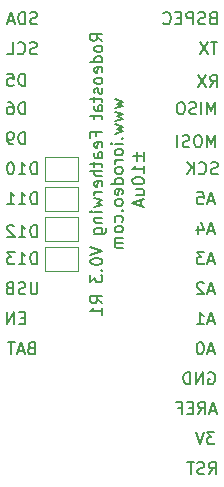
<source format=gbr>
G04 #@! TF.GenerationSoftware,KiCad,Pcbnew,5.1.7-a382d34a8~87~ubuntu18.04.1*
G04 #@! TF.CreationDate,2021-10-03T15:00:22-07:00*
G04 #@! TF.ProjectId,potentiostat_featherwing,706f7465-6e74-4696-9f73-7461745f6665,rev?*
G04 #@! TF.SameCoordinates,Original*
G04 #@! TF.FileFunction,Legend,Bot*
G04 #@! TF.FilePolarity,Positive*
%FSLAX46Y46*%
G04 Gerber Fmt 4.6, Leading zero omitted, Abs format (unit mm)*
G04 Created by KiCad (PCBNEW 5.1.7-a382d34a8~87~ubuntu18.04.1) date 2021-10-03 15:00:22*
%MOMM*%
%LPD*%
G01*
G04 APERTURE LIST*
%ADD10C,0.203200*%
%ADD11C,0.120000*%
G04 APERTURE END LIST*
D10*
X52914247Y-43013085D02*
X52914247Y-43787180D01*
X53301295Y-43400133D02*
X52527200Y-43400133D01*
X53494819Y-43787180D02*
X53494819Y-43013085D01*
X53494819Y-44803180D02*
X53494819Y-44222609D01*
X53494819Y-44512895D02*
X52478819Y-44512895D01*
X52623961Y-44416133D01*
X52720723Y-44319371D01*
X52769104Y-44222609D01*
X52478819Y-45432133D02*
X52478819Y-45528895D01*
X52527200Y-45625657D01*
X52575580Y-45674038D01*
X52672342Y-45722419D01*
X52865866Y-45770800D01*
X53107771Y-45770800D01*
X53301295Y-45722419D01*
X53398057Y-45674038D01*
X53446438Y-45625657D01*
X53494819Y-45528895D01*
X53494819Y-45432133D01*
X53446438Y-45335371D01*
X53398057Y-45286990D01*
X53301295Y-45238609D01*
X53107771Y-45190228D01*
X52865866Y-45190228D01*
X52672342Y-45238609D01*
X52575580Y-45286990D01*
X52527200Y-45335371D01*
X52478819Y-45432133D01*
X52817485Y-46641657D02*
X53494819Y-46641657D01*
X52817485Y-46206228D02*
X53349676Y-46206228D01*
X53446438Y-46254609D01*
X53494819Y-46351371D01*
X53494819Y-46496514D01*
X53446438Y-46593276D01*
X53398057Y-46641657D01*
X53204533Y-47077085D02*
X53204533Y-47560895D01*
X53494819Y-46980323D02*
X52478819Y-47318990D01*
X53494819Y-47657657D01*
X49964219Y-33634438D02*
X49480409Y-33295771D01*
X49964219Y-33053866D02*
X48948219Y-33053866D01*
X48948219Y-33440914D01*
X48996600Y-33537676D01*
X49044980Y-33586057D01*
X49141742Y-33634438D01*
X49286885Y-33634438D01*
X49383647Y-33586057D01*
X49432028Y-33537676D01*
X49480409Y-33440914D01*
X49480409Y-33053866D01*
X49964219Y-34215009D02*
X49915838Y-34118247D01*
X49867457Y-34069866D01*
X49770695Y-34021485D01*
X49480409Y-34021485D01*
X49383647Y-34069866D01*
X49335266Y-34118247D01*
X49286885Y-34215009D01*
X49286885Y-34360152D01*
X49335266Y-34456914D01*
X49383647Y-34505295D01*
X49480409Y-34553676D01*
X49770695Y-34553676D01*
X49867457Y-34505295D01*
X49915838Y-34456914D01*
X49964219Y-34360152D01*
X49964219Y-34215009D01*
X49964219Y-35424533D02*
X48948219Y-35424533D01*
X49915838Y-35424533D02*
X49964219Y-35327771D01*
X49964219Y-35134247D01*
X49915838Y-35037485D01*
X49867457Y-34989104D01*
X49770695Y-34940723D01*
X49480409Y-34940723D01*
X49383647Y-34989104D01*
X49335266Y-35037485D01*
X49286885Y-35134247D01*
X49286885Y-35327771D01*
X49335266Y-35424533D01*
X49915838Y-36295390D02*
X49964219Y-36198628D01*
X49964219Y-36005104D01*
X49915838Y-35908342D01*
X49819076Y-35859961D01*
X49432028Y-35859961D01*
X49335266Y-35908342D01*
X49286885Y-36005104D01*
X49286885Y-36198628D01*
X49335266Y-36295390D01*
X49432028Y-36343771D01*
X49528790Y-36343771D01*
X49625552Y-35859961D01*
X49964219Y-36924342D02*
X49915838Y-36827580D01*
X49867457Y-36779200D01*
X49770695Y-36730819D01*
X49480409Y-36730819D01*
X49383647Y-36779200D01*
X49335266Y-36827580D01*
X49286885Y-36924342D01*
X49286885Y-37069485D01*
X49335266Y-37166247D01*
X49383647Y-37214628D01*
X49480409Y-37263009D01*
X49770695Y-37263009D01*
X49867457Y-37214628D01*
X49915838Y-37166247D01*
X49964219Y-37069485D01*
X49964219Y-36924342D01*
X49915838Y-37650057D02*
X49964219Y-37746819D01*
X49964219Y-37940342D01*
X49915838Y-38037104D01*
X49819076Y-38085485D01*
X49770695Y-38085485D01*
X49673933Y-38037104D01*
X49625552Y-37940342D01*
X49625552Y-37795200D01*
X49577171Y-37698438D01*
X49480409Y-37650057D01*
X49432028Y-37650057D01*
X49335266Y-37698438D01*
X49286885Y-37795200D01*
X49286885Y-37940342D01*
X49335266Y-38037104D01*
X49286885Y-38375771D02*
X49286885Y-38762819D01*
X48948219Y-38520914D02*
X49819076Y-38520914D01*
X49915838Y-38569295D01*
X49964219Y-38666057D01*
X49964219Y-38762819D01*
X49964219Y-39536914D02*
X49432028Y-39536914D01*
X49335266Y-39488533D01*
X49286885Y-39391771D01*
X49286885Y-39198247D01*
X49335266Y-39101485D01*
X49915838Y-39536914D02*
X49964219Y-39440152D01*
X49964219Y-39198247D01*
X49915838Y-39101485D01*
X49819076Y-39053104D01*
X49722314Y-39053104D01*
X49625552Y-39101485D01*
X49577171Y-39198247D01*
X49577171Y-39440152D01*
X49528790Y-39536914D01*
X49286885Y-39875580D02*
X49286885Y-40262628D01*
X48948219Y-40020723D02*
X49819076Y-40020723D01*
X49915838Y-40069104D01*
X49964219Y-40165866D01*
X49964219Y-40262628D01*
X49432028Y-41714057D02*
X49432028Y-41375390D01*
X49964219Y-41375390D02*
X48948219Y-41375390D01*
X48948219Y-41859200D01*
X49915838Y-42633295D02*
X49964219Y-42536533D01*
X49964219Y-42343009D01*
X49915838Y-42246247D01*
X49819076Y-42197866D01*
X49432028Y-42197866D01*
X49335266Y-42246247D01*
X49286885Y-42343009D01*
X49286885Y-42536533D01*
X49335266Y-42633295D01*
X49432028Y-42681676D01*
X49528790Y-42681676D01*
X49625552Y-42197866D01*
X49964219Y-43552533D02*
X49432028Y-43552533D01*
X49335266Y-43504152D01*
X49286885Y-43407390D01*
X49286885Y-43213866D01*
X49335266Y-43117104D01*
X49915838Y-43552533D02*
X49964219Y-43455771D01*
X49964219Y-43213866D01*
X49915838Y-43117104D01*
X49819076Y-43068723D01*
X49722314Y-43068723D01*
X49625552Y-43117104D01*
X49577171Y-43213866D01*
X49577171Y-43455771D01*
X49528790Y-43552533D01*
X49286885Y-43891200D02*
X49286885Y-44278247D01*
X48948219Y-44036342D02*
X49819076Y-44036342D01*
X49915838Y-44084723D01*
X49964219Y-44181485D01*
X49964219Y-44278247D01*
X49964219Y-44616914D02*
X48948219Y-44616914D01*
X49964219Y-45052342D02*
X49432028Y-45052342D01*
X49335266Y-45003961D01*
X49286885Y-44907200D01*
X49286885Y-44762057D01*
X49335266Y-44665295D01*
X49383647Y-44616914D01*
X49915838Y-45923200D02*
X49964219Y-45826438D01*
X49964219Y-45632914D01*
X49915838Y-45536152D01*
X49819076Y-45487771D01*
X49432028Y-45487771D01*
X49335266Y-45536152D01*
X49286885Y-45632914D01*
X49286885Y-45826438D01*
X49335266Y-45923200D01*
X49432028Y-45971580D01*
X49528790Y-45971580D01*
X49625552Y-45487771D01*
X49964219Y-46407009D02*
X49286885Y-46407009D01*
X49480409Y-46407009D02*
X49383647Y-46455390D01*
X49335266Y-46503771D01*
X49286885Y-46600533D01*
X49286885Y-46697295D01*
X49286885Y-46939200D02*
X49964219Y-47132723D01*
X49480409Y-47326247D01*
X49964219Y-47519771D01*
X49286885Y-47713295D01*
X49964219Y-48100342D02*
X49286885Y-48100342D01*
X48948219Y-48100342D02*
X48996600Y-48051961D01*
X49044980Y-48100342D01*
X48996600Y-48148723D01*
X48948219Y-48100342D01*
X49044980Y-48100342D01*
X49286885Y-48584152D02*
X49964219Y-48584152D01*
X49383647Y-48584152D02*
X49335266Y-48632533D01*
X49286885Y-48729295D01*
X49286885Y-48874438D01*
X49335266Y-48971200D01*
X49432028Y-49019580D01*
X49964219Y-49019580D01*
X49286885Y-49938819D02*
X50109361Y-49938819D01*
X50206123Y-49890438D01*
X50254504Y-49842057D01*
X50302885Y-49745295D01*
X50302885Y-49600152D01*
X50254504Y-49503390D01*
X49915838Y-49938819D02*
X49964219Y-49842057D01*
X49964219Y-49648533D01*
X49915838Y-49551771D01*
X49867457Y-49503390D01*
X49770695Y-49455009D01*
X49480409Y-49455009D01*
X49383647Y-49503390D01*
X49335266Y-49551771D01*
X49286885Y-49648533D01*
X49286885Y-49842057D01*
X49335266Y-49938819D01*
X48948219Y-51051580D02*
X49964219Y-51390247D01*
X48948219Y-51728914D01*
X48948219Y-52261104D02*
X48948219Y-52357866D01*
X48996600Y-52454628D01*
X49044980Y-52503009D01*
X49141742Y-52551390D01*
X49335266Y-52599771D01*
X49577171Y-52599771D01*
X49770695Y-52551390D01*
X49867457Y-52503009D01*
X49915838Y-52454628D01*
X49964219Y-52357866D01*
X49964219Y-52261104D01*
X49915838Y-52164342D01*
X49867457Y-52115961D01*
X49770695Y-52067580D01*
X49577171Y-52019200D01*
X49335266Y-52019200D01*
X49141742Y-52067580D01*
X49044980Y-52115961D01*
X48996600Y-52164342D01*
X48948219Y-52261104D01*
X49867457Y-53035200D02*
X49915838Y-53083580D01*
X49964219Y-53035200D01*
X49915838Y-52986819D01*
X49867457Y-53035200D01*
X49964219Y-53035200D01*
X48948219Y-53422247D02*
X48948219Y-54051200D01*
X49335266Y-53712533D01*
X49335266Y-53857676D01*
X49383647Y-53954438D01*
X49432028Y-54002819D01*
X49528790Y-54051200D01*
X49770695Y-54051200D01*
X49867457Y-54002819D01*
X49915838Y-53954438D01*
X49964219Y-53857676D01*
X49964219Y-53567390D01*
X49915838Y-53470628D01*
X49867457Y-53422247D01*
X49964219Y-55841295D02*
X49480409Y-55502628D01*
X49964219Y-55260723D02*
X48948219Y-55260723D01*
X48948219Y-55647771D01*
X48996600Y-55744533D01*
X49044980Y-55792914D01*
X49141742Y-55841295D01*
X49286885Y-55841295D01*
X49383647Y-55792914D01*
X49432028Y-55744533D01*
X49480409Y-55647771D01*
X49480409Y-55260723D01*
X49964219Y-56808914D02*
X49964219Y-56228342D01*
X49964219Y-56518628D02*
X48948219Y-56518628D01*
X49093361Y-56421866D01*
X49190123Y-56325104D01*
X49238504Y-56228342D01*
X51014085Y-38569295D02*
X51691419Y-38762819D01*
X51207609Y-38956342D01*
X51691419Y-39149866D01*
X51014085Y-39343390D01*
X51014085Y-39633676D02*
X51691419Y-39827200D01*
X51207609Y-40020723D01*
X51691419Y-40214247D01*
X51014085Y-40407771D01*
X51014085Y-40698057D02*
X51691419Y-40891580D01*
X51207609Y-41085104D01*
X51691419Y-41278628D01*
X51014085Y-41472152D01*
X51594657Y-41859199D02*
X51643038Y-41907580D01*
X51691419Y-41859199D01*
X51643038Y-41810819D01*
X51594657Y-41859199D01*
X51691419Y-41859199D01*
X51691419Y-42343009D02*
X51014085Y-42343009D01*
X50675419Y-42343009D02*
X50723800Y-42294628D01*
X50772180Y-42343009D01*
X50723800Y-42391390D01*
X50675419Y-42343009D01*
X50772180Y-42343009D01*
X51691419Y-42971961D02*
X51643038Y-42875200D01*
X51594657Y-42826819D01*
X51497895Y-42778438D01*
X51207609Y-42778438D01*
X51110847Y-42826819D01*
X51062466Y-42875200D01*
X51014085Y-42971961D01*
X51014085Y-43117104D01*
X51062466Y-43213866D01*
X51110847Y-43262247D01*
X51207609Y-43310628D01*
X51497895Y-43310628D01*
X51594657Y-43262247D01*
X51643038Y-43213866D01*
X51691419Y-43117104D01*
X51691419Y-42971961D01*
X51691419Y-43746057D02*
X51014085Y-43746057D01*
X51207609Y-43746057D02*
X51110847Y-43794438D01*
X51062466Y-43842819D01*
X51014085Y-43939580D01*
X51014085Y-44036342D01*
X51691419Y-44520152D02*
X51643038Y-44423390D01*
X51594657Y-44375009D01*
X51497895Y-44326628D01*
X51207609Y-44326628D01*
X51110847Y-44375009D01*
X51062466Y-44423390D01*
X51014085Y-44520152D01*
X51014085Y-44665295D01*
X51062466Y-44762057D01*
X51110847Y-44810438D01*
X51207609Y-44858819D01*
X51497895Y-44858819D01*
X51594657Y-44810438D01*
X51643038Y-44762057D01*
X51691419Y-44665295D01*
X51691419Y-44520152D01*
X51691419Y-45729676D02*
X50675419Y-45729676D01*
X51643038Y-45729676D02*
X51691419Y-45632914D01*
X51691419Y-45439390D01*
X51643038Y-45342628D01*
X51594657Y-45294247D01*
X51497895Y-45245866D01*
X51207609Y-45245866D01*
X51110847Y-45294247D01*
X51062466Y-45342628D01*
X51014085Y-45439390D01*
X51014085Y-45632914D01*
X51062466Y-45729676D01*
X51643038Y-46600533D02*
X51691419Y-46503771D01*
X51691419Y-46310247D01*
X51643038Y-46213485D01*
X51546276Y-46165104D01*
X51159228Y-46165104D01*
X51062466Y-46213485D01*
X51014085Y-46310247D01*
X51014085Y-46503771D01*
X51062466Y-46600533D01*
X51159228Y-46648914D01*
X51255990Y-46648914D01*
X51352752Y-46165104D01*
X51691419Y-47229485D02*
X51643038Y-47132723D01*
X51594657Y-47084342D01*
X51497895Y-47035961D01*
X51207609Y-47035961D01*
X51110847Y-47084342D01*
X51062466Y-47132723D01*
X51014085Y-47229485D01*
X51014085Y-47374628D01*
X51062466Y-47471390D01*
X51110847Y-47519771D01*
X51207609Y-47568152D01*
X51497895Y-47568152D01*
X51594657Y-47519771D01*
X51643038Y-47471390D01*
X51691419Y-47374628D01*
X51691419Y-47229485D01*
X51594657Y-48003580D02*
X51643038Y-48051961D01*
X51691419Y-48003580D01*
X51643038Y-47955199D01*
X51594657Y-48003580D01*
X51691419Y-48003580D01*
X51643038Y-48922819D02*
X51691419Y-48826057D01*
X51691419Y-48632533D01*
X51643038Y-48535771D01*
X51594657Y-48487390D01*
X51497895Y-48439009D01*
X51207609Y-48439009D01*
X51110847Y-48487390D01*
X51062466Y-48535771D01*
X51014085Y-48632533D01*
X51014085Y-48826057D01*
X51062466Y-48922819D01*
X51691419Y-49503390D02*
X51643038Y-49406628D01*
X51594657Y-49358247D01*
X51497895Y-49309866D01*
X51207609Y-49309866D01*
X51110847Y-49358247D01*
X51062466Y-49406628D01*
X51014085Y-49503390D01*
X51014085Y-49648533D01*
X51062466Y-49745295D01*
X51110847Y-49793676D01*
X51207609Y-49842057D01*
X51497895Y-49842057D01*
X51594657Y-49793676D01*
X51643038Y-49745295D01*
X51691419Y-49648533D01*
X51691419Y-49503390D01*
X51691419Y-50277485D02*
X51014085Y-50277485D01*
X51110847Y-50277485D02*
X51062466Y-50325866D01*
X51014085Y-50422628D01*
X51014085Y-50567771D01*
X51062466Y-50664533D01*
X51159228Y-50712914D01*
X51691419Y-50712914D01*
X51159228Y-50712914D02*
X51062466Y-50761295D01*
X51014085Y-50858057D01*
X51014085Y-51003199D01*
X51062466Y-51099961D01*
X51159228Y-51148342D01*
X51691419Y-51148342D01*
D11*
X47882000Y-51070000D02*
X45082000Y-51070000D01*
X45082000Y-51070000D02*
X45082000Y-53070000D01*
X45082000Y-53070000D02*
X47882000Y-53070000D01*
X47882000Y-53070000D02*
X47882000Y-51070000D01*
X47882000Y-50530000D02*
X47882000Y-48530000D01*
X45082000Y-50530000D02*
X47882000Y-50530000D01*
X45082000Y-48530000D02*
X45082000Y-50530000D01*
X47882000Y-48530000D02*
X45082000Y-48530000D01*
X47882000Y-45990000D02*
X45082000Y-45990000D01*
X45082000Y-45990000D02*
X45082000Y-47990000D01*
X45082000Y-47990000D02*
X47882000Y-47990000D01*
X47882000Y-47990000D02*
X47882000Y-45990000D01*
X47882000Y-43450000D02*
X45082000Y-43450000D01*
X45082000Y-43450000D02*
X45082000Y-45450000D01*
X45082000Y-45450000D02*
X47882000Y-45450000D01*
X47882000Y-45450000D02*
X47882000Y-43450000D01*
D10*
X58976380Y-70309619D02*
X59315047Y-69825809D01*
X59556952Y-70309619D02*
X59556952Y-69293619D01*
X59169904Y-69293619D01*
X59073142Y-69342000D01*
X59024761Y-69390380D01*
X58976380Y-69487142D01*
X58976380Y-69632285D01*
X59024761Y-69729047D01*
X59073142Y-69777428D01*
X59169904Y-69825809D01*
X59556952Y-69825809D01*
X58589333Y-70261238D02*
X58444190Y-70309619D01*
X58202285Y-70309619D01*
X58105523Y-70261238D01*
X58057142Y-70212857D01*
X58008761Y-70116095D01*
X58008761Y-70019333D01*
X58057142Y-69922571D01*
X58105523Y-69874190D01*
X58202285Y-69825809D01*
X58395809Y-69777428D01*
X58492571Y-69729047D01*
X58540952Y-69680666D01*
X58589333Y-69583904D01*
X58589333Y-69487142D01*
X58540952Y-69390380D01*
X58492571Y-69342000D01*
X58395809Y-69293619D01*
X58153904Y-69293619D01*
X58008761Y-69342000D01*
X57718476Y-69293619D02*
X57137904Y-69293619D01*
X57428190Y-70309619D02*
X57428190Y-69293619D01*
X59448095Y-66753619D02*
X58819142Y-66753619D01*
X59157809Y-67140666D01*
X59012666Y-67140666D01*
X58915904Y-67189047D01*
X58867523Y-67237428D01*
X58819142Y-67334190D01*
X58819142Y-67576095D01*
X58867523Y-67672857D01*
X58915904Y-67721238D01*
X59012666Y-67769619D01*
X59302952Y-67769619D01*
X59399714Y-67721238D01*
X59448095Y-67672857D01*
X58528857Y-66753619D02*
X58190190Y-67769619D01*
X57851523Y-66753619D01*
X59556952Y-64939333D02*
X59073142Y-64939333D01*
X59653714Y-65229619D02*
X59315047Y-64213619D01*
X58976380Y-65229619D01*
X58057142Y-65229619D02*
X58395809Y-64745809D01*
X58637714Y-65229619D02*
X58637714Y-64213619D01*
X58250666Y-64213619D01*
X58153904Y-64262000D01*
X58105523Y-64310380D01*
X58057142Y-64407142D01*
X58057142Y-64552285D01*
X58105523Y-64649047D01*
X58153904Y-64697428D01*
X58250666Y-64745809D01*
X58637714Y-64745809D01*
X57621714Y-64697428D02*
X57283047Y-64697428D01*
X57137904Y-65229619D02*
X57621714Y-65229619D01*
X57621714Y-64213619D01*
X57137904Y-64213619D01*
X56363809Y-64697428D02*
X56702476Y-64697428D01*
X56702476Y-65229619D02*
X56702476Y-64213619D01*
X56218666Y-64213619D01*
X58940095Y-61722000D02*
X59036857Y-61673619D01*
X59182000Y-61673619D01*
X59327142Y-61722000D01*
X59423904Y-61818761D01*
X59472285Y-61915523D01*
X59520666Y-62109047D01*
X59520666Y-62254190D01*
X59472285Y-62447714D01*
X59423904Y-62544476D01*
X59327142Y-62641238D01*
X59182000Y-62689619D01*
X59085238Y-62689619D01*
X58940095Y-62641238D01*
X58891714Y-62592857D01*
X58891714Y-62254190D01*
X59085238Y-62254190D01*
X58456285Y-62689619D02*
X58456285Y-61673619D01*
X57875714Y-62689619D01*
X57875714Y-61673619D01*
X57391904Y-62689619D02*
X57391904Y-61673619D01*
X57150000Y-61673619D01*
X57004857Y-61722000D01*
X56908095Y-61818761D01*
X56859714Y-61915523D01*
X56811333Y-62109047D01*
X56811333Y-62254190D01*
X56859714Y-62447714D01*
X56908095Y-62544476D01*
X57004857Y-62641238D01*
X57150000Y-62689619D01*
X57391904Y-62689619D01*
X59399714Y-59859333D02*
X58915904Y-59859333D01*
X59496476Y-60149619D02*
X59157809Y-59133619D01*
X58819142Y-60149619D01*
X58286952Y-59133619D02*
X58190190Y-59133619D01*
X58093428Y-59182000D01*
X58045047Y-59230380D01*
X57996666Y-59327142D01*
X57948285Y-59520666D01*
X57948285Y-59762571D01*
X57996666Y-59956095D01*
X58045047Y-60052857D01*
X58093428Y-60101238D01*
X58190190Y-60149619D01*
X58286952Y-60149619D01*
X58383714Y-60101238D01*
X58432095Y-60052857D01*
X58480476Y-59956095D01*
X58528857Y-59762571D01*
X58528857Y-59520666D01*
X58480476Y-59327142D01*
X58432095Y-59230380D01*
X58383714Y-59182000D01*
X58286952Y-59133619D01*
X59399714Y-57319333D02*
X58915904Y-57319333D01*
X59496476Y-57609619D02*
X59157809Y-56593619D01*
X58819142Y-57609619D01*
X57948285Y-57609619D02*
X58528857Y-57609619D01*
X58238571Y-57609619D02*
X58238571Y-56593619D01*
X58335333Y-56738761D01*
X58432095Y-56835523D01*
X58528857Y-56883904D01*
X59399714Y-54779333D02*
X58915904Y-54779333D01*
X59496476Y-55069619D02*
X59157809Y-54053619D01*
X58819142Y-55069619D01*
X58528857Y-54150380D02*
X58480476Y-54102000D01*
X58383714Y-54053619D01*
X58141809Y-54053619D01*
X58045047Y-54102000D01*
X57996666Y-54150380D01*
X57948285Y-54247142D01*
X57948285Y-54343904D01*
X57996666Y-54489047D01*
X58577238Y-55069619D01*
X57948285Y-55069619D01*
X59399714Y-52239333D02*
X58915904Y-52239333D01*
X59496476Y-52529619D02*
X59157809Y-51513619D01*
X58819142Y-52529619D01*
X58577238Y-51513619D02*
X57948285Y-51513619D01*
X58286952Y-51900666D01*
X58141809Y-51900666D01*
X58045047Y-51949047D01*
X57996666Y-51997428D01*
X57948285Y-52094190D01*
X57948285Y-52336095D01*
X57996666Y-52432857D01*
X58045047Y-52481238D01*
X58141809Y-52529619D01*
X58432095Y-52529619D01*
X58528857Y-52481238D01*
X58577238Y-52432857D01*
X59399714Y-49699333D02*
X58915904Y-49699333D01*
X59496476Y-49989619D02*
X59157809Y-48973619D01*
X58819142Y-49989619D01*
X58045047Y-49312285D02*
X58045047Y-49989619D01*
X58286952Y-48925238D02*
X58528857Y-49650952D01*
X57899904Y-49650952D01*
X59399714Y-47159333D02*
X58915904Y-47159333D01*
X59496476Y-47449619D02*
X59157809Y-46433619D01*
X58819142Y-47449619D01*
X57996666Y-46433619D02*
X58480476Y-46433619D01*
X58528857Y-46917428D01*
X58480476Y-46869047D01*
X58383714Y-46820666D01*
X58141809Y-46820666D01*
X58045047Y-46869047D01*
X57996666Y-46917428D01*
X57948285Y-47014190D01*
X57948285Y-47256095D01*
X57996666Y-47352857D01*
X58045047Y-47401238D01*
X58141809Y-47449619D01*
X58383714Y-47449619D01*
X58480476Y-47401238D01*
X58528857Y-47352857D01*
X59726285Y-44861238D02*
X59581142Y-44909619D01*
X59339238Y-44909619D01*
X59242476Y-44861238D01*
X59194095Y-44812857D01*
X59145714Y-44716095D01*
X59145714Y-44619333D01*
X59194095Y-44522571D01*
X59242476Y-44474190D01*
X59339238Y-44425809D01*
X59532761Y-44377428D01*
X59629523Y-44329047D01*
X59677904Y-44280666D01*
X59726285Y-44183904D01*
X59726285Y-44087142D01*
X59677904Y-43990380D01*
X59629523Y-43942000D01*
X59532761Y-43893619D01*
X59290857Y-43893619D01*
X59145714Y-43942000D01*
X58129714Y-44812857D02*
X58178095Y-44861238D01*
X58323238Y-44909619D01*
X58420000Y-44909619D01*
X58565142Y-44861238D01*
X58661904Y-44764476D01*
X58710285Y-44667714D01*
X58758666Y-44474190D01*
X58758666Y-44329047D01*
X58710285Y-44135523D01*
X58661904Y-44038761D01*
X58565142Y-43942000D01*
X58420000Y-43893619D01*
X58323238Y-43893619D01*
X58178095Y-43942000D01*
X58129714Y-43990380D01*
X57694285Y-44909619D02*
X57694285Y-43893619D01*
X57113714Y-44909619D02*
X57549142Y-44329047D01*
X57113714Y-43893619D02*
X57694285Y-44474190D01*
X59508571Y-42623619D02*
X59508571Y-41607619D01*
X59169904Y-42333333D01*
X58831238Y-41607619D01*
X58831238Y-42623619D01*
X58153904Y-41607619D02*
X57960380Y-41607619D01*
X57863619Y-41656000D01*
X57766857Y-41752761D01*
X57718476Y-41946285D01*
X57718476Y-42284952D01*
X57766857Y-42478476D01*
X57863619Y-42575238D01*
X57960380Y-42623619D01*
X58153904Y-42623619D01*
X58250666Y-42575238D01*
X58347428Y-42478476D01*
X58395809Y-42284952D01*
X58395809Y-41946285D01*
X58347428Y-41752761D01*
X58250666Y-41656000D01*
X58153904Y-41607619D01*
X57331428Y-42575238D02*
X57186285Y-42623619D01*
X56944380Y-42623619D01*
X56847619Y-42575238D01*
X56799238Y-42526857D01*
X56750857Y-42430095D01*
X56750857Y-42333333D01*
X56799238Y-42236571D01*
X56847619Y-42188190D01*
X56944380Y-42139809D01*
X57137904Y-42091428D01*
X57234666Y-42043047D01*
X57283047Y-41994666D01*
X57331428Y-41897904D01*
X57331428Y-41801142D01*
X57283047Y-41704380D01*
X57234666Y-41656000D01*
X57137904Y-41607619D01*
X56895999Y-41607619D01*
X56750857Y-41656000D01*
X56315428Y-42623619D02*
X56315428Y-41607619D01*
X59508571Y-39829619D02*
X59508571Y-38813619D01*
X59169904Y-39539333D01*
X58831238Y-38813619D01*
X58831238Y-39829619D01*
X58347428Y-39829619D02*
X58347428Y-38813619D01*
X57911999Y-39781238D02*
X57766857Y-39829619D01*
X57524952Y-39829619D01*
X57428190Y-39781238D01*
X57379809Y-39732857D01*
X57331428Y-39636095D01*
X57331428Y-39539333D01*
X57379809Y-39442571D01*
X57428190Y-39394190D01*
X57524952Y-39345809D01*
X57718476Y-39297428D01*
X57815238Y-39249047D01*
X57863619Y-39200666D01*
X57911999Y-39103904D01*
X57911999Y-39007142D01*
X57863619Y-38910380D01*
X57815238Y-38862000D01*
X57718476Y-38813619D01*
X57476571Y-38813619D01*
X57331428Y-38862000D01*
X56702476Y-38813619D02*
X56508952Y-38813619D01*
X56412190Y-38862000D01*
X56315428Y-38958761D01*
X56267047Y-39152285D01*
X56267047Y-39490952D01*
X56315428Y-39684476D01*
X56412190Y-39781238D01*
X56508952Y-39829619D01*
X56702476Y-39829619D01*
X56799238Y-39781238D01*
X56895999Y-39684476D01*
X56944380Y-39490952D01*
X56944380Y-39152285D01*
X56895999Y-38958761D01*
X56799238Y-38862000D01*
X56702476Y-38813619D01*
X59097333Y-37543619D02*
X59436000Y-37059809D01*
X59677904Y-37543619D02*
X59677904Y-36527619D01*
X59290857Y-36527619D01*
X59194095Y-36576000D01*
X59145714Y-36624380D01*
X59097333Y-36721142D01*
X59097333Y-36866285D01*
X59145714Y-36963047D01*
X59194095Y-37011428D01*
X59290857Y-37059809D01*
X59677904Y-37059809D01*
X58758666Y-36527619D02*
X58081333Y-37543619D01*
X58081333Y-36527619D02*
X58758666Y-37543619D01*
X59702095Y-33733619D02*
X59121523Y-33733619D01*
X59411809Y-34749619D02*
X59411809Y-33733619D01*
X58879619Y-33733619D02*
X58202285Y-34749619D01*
X58202285Y-33733619D02*
X58879619Y-34749619D01*
X59290857Y-31677428D02*
X59145714Y-31725809D01*
X59097333Y-31774190D01*
X59048952Y-31870952D01*
X59048952Y-32016095D01*
X59097333Y-32112857D01*
X59145714Y-32161238D01*
X59242476Y-32209619D01*
X59629523Y-32209619D01*
X59629523Y-31193619D01*
X59290857Y-31193619D01*
X59194095Y-31242000D01*
X59145714Y-31290380D01*
X59097333Y-31387142D01*
X59097333Y-31483904D01*
X59145714Y-31580666D01*
X59194095Y-31629047D01*
X59290857Y-31677428D01*
X59629523Y-31677428D01*
X58661904Y-32161238D02*
X58516761Y-32209619D01*
X58274857Y-32209619D01*
X58178095Y-32161238D01*
X58129714Y-32112857D01*
X58081333Y-32016095D01*
X58081333Y-31919333D01*
X58129714Y-31822571D01*
X58178095Y-31774190D01*
X58274857Y-31725809D01*
X58468380Y-31677428D01*
X58565142Y-31629047D01*
X58613523Y-31580666D01*
X58661904Y-31483904D01*
X58661904Y-31387142D01*
X58613523Y-31290380D01*
X58565142Y-31242000D01*
X58468380Y-31193619D01*
X58226476Y-31193619D01*
X58081333Y-31242000D01*
X57645904Y-32209619D02*
X57645904Y-31193619D01*
X57258857Y-31193619D01*
X57162095Y-31242000D01*
X57113714Y-31290380D01*
X57065333Y-31387142D01*
X57065333Y-31532285D01*
X57113714Y-31629047D01*
X57162095Y-31677428D01*
X57258857Y-31725809D01*
X57645904Y-31725809D01*
X56629904Y-31677428D02*
X56291238Y-31677428D01*
X56146095Y-32209619D02*
X56629904Y-32209619D01*
X56629904Y-31193619D01*
X56146095Y-31193619D01*
X55130095Y-32112857D02*
X55178476Y-32161238D01*
X55323619Y-32209619D01*
X55420380Y-32209619D01*
X55565523Y-32161238D01*
X55662285Y-32064476D01*
X55710666Y-31967714D01*
X55759047Y-31774190D01*
X55759047Y-31629047D01*
X55710666Y-31435523D01*
X55662285Y-31338761D01*
X55565523Y-31242000D01*
X55420380Y-31193619D01*
X55323619Y-31193619D01*
X55178476Y-31242000D01*
X55130095Y-31290380D01*
X43929904Y-59617428D02*
X43784761Y-59665809D01*
X43736380Y-59714190D01*
X43688000Y-59810952D01*
X43688000Y-59956095D01*
X43736380Y-60052857D01*
X43784761Y-60101238D01*
X43881523Y-60149619D01*
X44268571Y-60149619D01*
X44268571Y-59133619D01*
X43929904Y-59133619D01*
X43833142Y-59182000D01*
X43784761Y-59230380D01*
X43736380Y-59327142D01*
X43736380Y-59423904D01*
X43784761Y-59520666D01*
X43833142Y-59569047D01*
X43929904Y-59617428D01*
X44268571Y-59617428D01*
X43300952Y-59859333D02*
X42817142Y-59859333D01*
X43397714Y-60149619D02*
X43059047Y-59133619D01*
X42720380Y-60149619D01*
X42526857Y-59133619D02*
X41946285Y-59133619D01*
X42236571Y-60149619D02*
X42236571Y-59133619D01*
X43421904Y-57077428D02*
X43083238Y-57077428D01*
X42938095Y-57609619D02*
X43421904Y-57609619D01*
X43421904Y-56593619D01*
X42938095Y-56593619D01*
X42502666Y-57609619D02*
X42502666Y-56593619D01*
X41922095Y-57609619D01*
X41922095Y-56593619D01*
X44462095Y-54053619D02*
X44462095Y-54876095D01*
X44413714Y-54972857D01*
X44365333Y-55021238D01*
X44268571Y-55069619D01*
X44075047Y-55069619D01*
X43978285Y-55021238D01*
X43929904Y-54972857D01*
X43881523Y-54876095D01*
X43881523Y-54053619D01*
X43446095Y-55021238D02*
X43300952Y-55069619D01*
X43059047Y-55069619D01*
X42962285Y-55021238D01*
X42913904Y-54972857D01*
X42865523Y-54876095D01*
X42865523Y-54779333D01*
X42913904Y-54682571D01*
X42962285Y-54634190D01*
X43059047Y-54585809D01*
X43252571Y-54537428D01*
X43349333Y-54489047D01*
X43397714Y-54440666D01*
X43446095Y-54343904D01*
X43446095Y-54247142D01*
X43397714Y-54150380D01*
X43349333Y-54102000D01*
X43252571Y-54053619D01*
X43010666Y-54053619D01*
X42865523Y-54102000D01*
X42091428Y-54537428D02*
X41946285Y-54585809D01*
X41897904Y-54634190D01*
X41849523Y-54730952D01*
X41849523Y-54876095D01*
X41897904Y-54972857D01*
X41946285Y-55021238D01*
X42043047Y-55069619D01*
X42430095Y-55069619D01*
X42430095Y-54053619D01*
X42091428Y-54053619D01*
X41994666Y-54102000D01*
X41946285Y-54150380D01*
X41897904Y-54247142D01*
X41897904Y-54343904D01*
X41946285Y-54440666D01*
X41994666Y-54489047D01*
X42091428Y-54537428D01*
X42430095Y-54537428D01*
X44413714Y-52529619D02*
X44413714Y-51513619D01*
X44171809Y-51513619D01*
X44026666Y-51562000D01*
X43929904Y-51658761D01*
X43881523Y-51755523D01*
X43833142Y-51949047D01*
X43833142Y-52094190D01*
X43881523Y-52287714D01*
X43929904Y-52384476D01*
X44026666Y-52481238D01*
X44171809Y-52529619D01*
X44413714Y-52529619D01*
X42865523Y-52529619D02*
X43446095Y-52529619D01*
X43155809Y-52529619D02*
X43155809Y-51513619D01*
X43252571Y-51658761D01*
X43349333Y-51755523D01*
X43446095Y-51803904D01*
X42526857Y-51513619D02*
X41897904Y-51513619D01*
X42236571Y-51900666D01*
X42091428Y-51900666D01*
X41994666Y-51949047D01*
X41946285Y-51997428D01*
X41897904Y-52094190D01*
X41897904Y-52336095D01*
X41946285Y-52432857D01*
X41994666Y-52481238D01*
X42091428Y-52529619D01*
X42381714Y-52529619D01*
X42478476Y-52481238D01*
X42526857Y-52432857D01*
X44413714Y-50243619D02*
X44413714Y-49227619D01*
X44171809Y-49227619D01*
X44026666Y-49276000D01*
X43929904Y-49372761D01*
X43881523Y-49469523D01*
X43833142Y-49663047D01*
X43833142Y-49808190D01*
X43881523Y-50001714D01*
X43929904Y-50098476D01*
X44026666Y-50195238D01*
X44171809Y-50243619D01*
X44413714Y-50243619D01*
X42865523Y-50243619D02*
X43446095Y-50243619D01*
X43155809Y-50243619D02*
X43155809Y-49227619D01*
X43252571Y-49372761D01*
X43349333Y-49469523D01*
X43446095Y-49517904D01*
X42478476Y-49324380D02*
X42430095Y-49276000D01*
X42333333Y-49227619D01*
X42091428Y-49227619D01*
X41994666Y-49276000D01*
X41946285Y-49324380D01*
X41897904Y-49421142D01*
X41897904Y-49517904D01*
X41946285Y-49663047D01*
X42526857Y-50243619D01*
X41897904Y-50243619D01*
X44413714Y-47449619D02*
X44413714Y-46433619D01*
X44171809Y-46433619D01*
X44026666Y-46482000D01*
X43929904Y-46578761D01*
X43881523Y-46675523D01*
X43833142Y-46869047D01*
X43833142Y-47014190D01*
X43881523Y-47207714D01*
X43929904Y-47304476D01*
X44026666Y-47401238D01*
X44171809Y-47449619D01*
X44413714Y-47449619D01*
X42865523Y-47449619D02*
X43446095Y-47449619D01*
X43155809Y-47449619D02*
X43155809Y-46433619D01*
X43252571Y-46578761D01*
X43349333Y-46675523D01*
X43446095Y-46723904D01*
X41897904Y-47449619D02*
X42478476Y-47449619D01*
X42188190Y-47449619D02*
X42188190Y-46433619D01*
X42284952Y-46578761D01*
X42381714Y-46675523D01*
X42478476Y-46723904D01*
X44413714Y-44909619D02*
X44413714Y-43893619D01*
X44171809Y-43893619D01*
X44026666Y-43942000D01*
X43929904Y-44038761D01*
X43881523Y-44135523D01*
X43833142Y-44329047D01*
X43833142Y-44474190D01*
X43881523Y-44667714D01*
X43929904Y-44764476D01*
X44026666Y-44861238D01*
X44171809Y-44909619D01*
X44413714Y-44909619D01*
X42865523Y-44909619D02*
X43446095Y-44909619D01*
X43155809Y-44909619D02*
X43155809Y-43893619D01*
X43252571Y-44038761D01*
X43349333Y-44135523D01*
X43446095Y-44183904D01*
X42236571Y-43893619D02*
X42139809Y-43893619D01*
X42043047Y-43942000D01*
X41994666Y-43990380D01*
X41946285Y-44087142D01*
X41897904Y-44280666D01*
X41897904Y-44522571D01*
X41946285Y-44716095D01*
X41994666Y-44812857D01*
X42043047Y-44861238D01*
X42139809Y-44909619D01*
X42236571Y-44909619D01*
X42333333Y-44861238D01*
X42381714Y-44812857D01*
X42430095Y-44716095D01*
X42478476Y-44522571D01*
X42478476Y-44280666D01*
X42430095Y-44087142D01*
X42381714Y-43990380D01*
X42333333Y-43942000D01*
X42236571Y-43893619D01*
X43421904Y-42369619D02*
X43421904Y-41353619D01*
X43180000Y-41353619D01*
X43034857Y-41402000D01*
X42938095Y-41498761D01*
X42889714Y-41595523D01*
X42841333Y-41789047D01*
X42841333Y-41934190D01*
X42889714Y-42127714D01*
X42938095Y-42224476D01*
X43034857Y-42321238D01*
X43180000Y-42369619D01*
X43421904Y-42369619D01*
X42357523Y-42369619D02*
X42164000Y-42369619D01*
X42067238Y-42321238D01*
X42018857Y-42272857D01*
X41922095Y-42127714D01*
X41873714Y-41934190D01*
X41873714Y-41547142D01*
X41922095Y-41450380D01*
X41970476Y-41402000D01*
X42067238Y-41353619D01*
X42260761Y-41353619D01*
X42357523Y-41402000D01*
X42405904Y-41450380D01*
X42454285Y-41547142D01*
X42454285Y-41789047D01*
X42405904Y-41885809D01*
X42357523Y-41934190D01*
X42260761Y-41982571D01*
X42067238Y-41982571D01*
X41970476Y-41934190D01*
X41922095Y-41885809D01*
X41873714Y-41789047D01*
X43421904Y-39829619D02*
X43421904Y-38813619D01*
X43180000Y-38813619D01*
X43034857Y-38862000D01*
X42938095Y-38958761D01*
X42889714Y-39055523D01*
X42841333Y-39249047D01*
X42841333Y-39394190D01*
X42889714Y-39587714D01*
X42938095Y-39684476D01*
X43034857Y-39781238D01*
X43180000Y-39829619D01*
X43421904Y-39829619D01*
X41970476Y-38813619D02*
X42164000Y-38813619D01*
X42260761Y-38862000D01*
X42309142Y-38910380D01*
X42405904Y-39055523D01*
X42454285Y-39249047D01*
X42454285Y-39636095D01*
X42405904Y-39732857D01*
X42357523Y-39781238D01*
X42260761Y-39829619D01*
X42067238Y-39829619D01*
X41970476Y-39781238D01*
X41922095Y-39732857D01*
X41873714Y-39636095D01*
X41873714Y-39394190D01*
X41922095Y-39297428D01*
X41970476Y-39249047D01*
X42067238Y-39200666D01*
X42260761Y-39200666D01*
X42357523Y-39249047D01*
X42405904Y-39297428D01*
X42454285Y-39394190D01*
X43421904Y-37416619D02*
X43421904Y-36400619D01*
X43180000Y-36400619D01*
X43034857Y-36449000D01*
X42938095Y-36545761D01*
X42889714Y-36642523D01*
X42841333Y-36836047D01*
X42841333Y-36981190D01*
X42889714Y-37174714D01*
X42938095Y-37271476D01*
X43034857Y-37368238D01*
X43180000Y-37416619D01*
X43421904Y-37416619D01*
X41922095Y-36400619D02*
X42405904Y-36400619D01*
X42454285Y-36884428D01*
X42405904Y-36836047D01*
X42309142Y-36787666D01*
X42067238Y-36787666D01*
X41970476Y-36836047D01*
X41922095Y-36884428D01*
X41873714Y-36981190D01*
X41873714Y-37223095D01*
X41922095Y-37319857D01*
X41970476Y-37368238D01*
X42067238Y-37416619D01*
X42309142Y-37416619D01*
X42405904Y-37368238D01*
X42454285Y-37319857D01*
X44389523Y-34701238D02*
X44244380Y-34749619D01*
X44002476Y-34749619D01*
X43905714Y-34701238D01*
X43857333Y-34652857D01*
X43808952Y-34556095D01*
X43808952Y-34459333D01*
X43857333Y-34362571D01*
X43905714Y-34314190D01*
X44002476Y-34265809D01*
X44196000Y-34217428D01*
X44292761Y-34169047D01*
X44341142Y-34120666D01*
X44389523Y-34023904D01*
X44389523Y-33927142D01*
X44341142Y-33830380D01*
X44292761Y-33782000D01*
X44196000Y-33733619D01*
X43954095Y-33733619D01*
X43808952Y-33782000D01*
X42792952Y-34652857D02*
X42841333Y-34701238D01*
X42986476Y-34749619D01*
X43083238Y-34749619D01*
X43228380Y-34701238D01*
X43325142Y-34604476D01*
X43373523Y-34507714D01*
X43421904Y-34314190D01*
X43421904Y-34169047D01*
X43373523Y-33975523D01*
X43325142Y-33878761D01*
X43228380Y-33782000D01*
X43083238Y-33733619D01*
X42986476Y-33733619D01*
X42841333Y-33782000D01*
X42792952Y-33830380D01*
X41873714Y-34749619D02*
X42357523Y-34749619D01*
X42357523Y-33733619D01*
X44413714Y-32161238D02*
X44268571Y-32209619D01*
X44026666Y-32209619D01*
X43929904Y-32161238D01*
X43881523Y-32112857D01*
X43833142Y-32016095D01*
X43833142Y-31919333D01*
X43881523Y-31822571D01*
X43929904Y-31774190D01*
X44026666Y-31725809D01*
X44220190Y-31677428D01*
X44316952Y-31629047D01*
X44365333Y-31580666D01*
X44413714Y-31483904D01*
X44413714Y-31387142D01*
X44365333Y-31290380D01*
X44316952Y-31242000D01*
X44220190Y-31193619D01*
X43978285Y-31193619D01*
X43833142Y-31242000D01*
X43397714Y-32209619D02*
X43397714Y-31193619D01*
X43155809Y-31193619D01*
X43010666Y-31242000D01*
X42913904Y-31338761D01*
X42865523Y-31435523D01*
X42817142Y-31629047D01*
X42817142Y-31774190D01*
X42865523Y-31967714D01*
X42913904Y-32064476D01*
X43010666Y-32161238D01*
X43155809Y-32209619D01*
X43397714Y-32209619D01*
X42430095Y-31919333D02*
X41946285Y-31919333D01*
X42526857Y-32209619D02*
X42188190Y-31193619D01*
X41849523Y-32209619D01*
M02*

</source>
